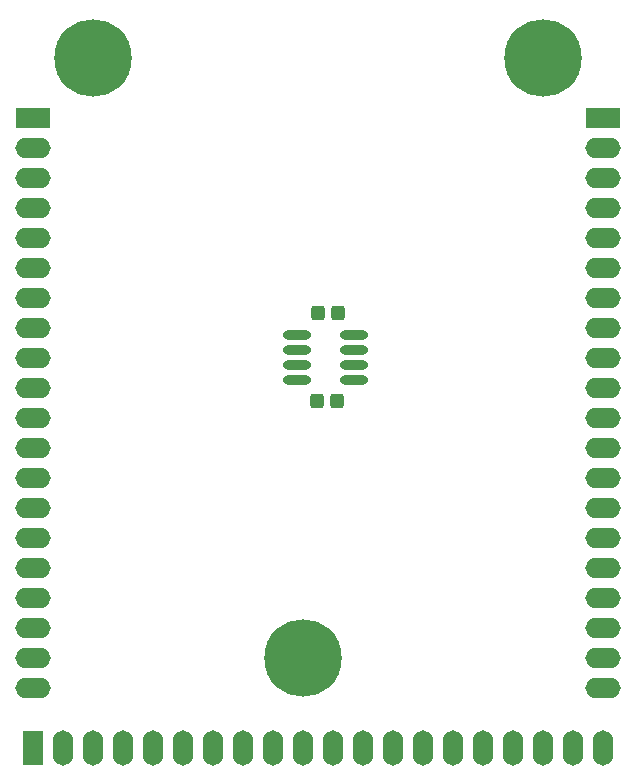
<source format=gbs>
G04*
G04 #@! TF.GenerationSoftware,Altium Limited,Altium Designer,18.1.9 (240)*
G04*
G04 Layer_Color=16711935*
%FSLAX25Y25*%
%MOIN*%
G70*
G01*
G75*
G04:AMPARAMS|DCode=30|XSize=47.37mil|YSize=43.43mil|CornerRadius=8.43mil|HoleSize=0mil|Usage=FLASHONLY|Rotation=270.000|XOffset=0mil|YOffset=0mil|HoleType=Round|Shape=RoundedRectangle|*
%AMROUNDEDRECTD30*
21,1,0.04737,0.02657,0,0,270.0*
21,1,0.03051,0.04343,0,0,270.0*
1,1,0.01686,-0.01329,-0.01526*
1,1,0.01686,-0.01329,0.01526*
1,1,0.01686,0.01329,0.01526*
1,1,0.01686,0.01329,-0.01526*
%
%ADD30ROUNDEDRECTD30*%
%ADD37C,0.25800*%
%ADD38R,0.11800X0.06800*%
%ADD39O,0.11800X0.06800*%
%ADD40R,0.06800X0.11800*%
%ADD41O,0.06800X0.11800*%
%ADD61O,0.09461X0.03162*%
D30*
X209846Y223500D02*
D03*
X203153D02*
D03*
X210347Y253000D02*
D03*
X203654D02*
D03*
D37*
X198500Y138000D02*
D03*
X128500Y338000D02*
D03*
X278500D02*
D03*
D38*
X108500Y318000D02*
D03*
X298500D02*
D03*
D39*
X108500Y308000D02*
D03*
Y298000D02*
D03*
Y288000D02*
D03*
Y278000D02*
D03*
Y268000D02*
D03*
Y258000D02*
D03*
Y248000D02*
D03*
Y238000D02*
D03*
Y228000D02*
D03*
Y218000D02*
D03*
Y208000D02*
D03*
Y198000D02*
D03*
Y188000D02*
D03*
Y178000D02*
D03*
Y168000D02*
D03*
Y158000D02*
D03*
Y148000D02*
D03*
Y138000D02*
D03*
Y128000D02*
D03*
X298500Y308000D02*
D03*
Y298000D02*
D03*
Y288000D02*
D03*
Y278000D02*
D03*
Y268000D02*
D03*
Y258000D02*
D03*
Y248000D02*
D03*
Y238000D02*
D03*
Y228000D02*
D03*
Y218000D02*
D03*
Y208000D02*
D03*
Y198000D02*
D03*
Y188000D02*
D03*
Y178000D02*
D03*
Y168000D02*
D03*
Y158000D02*
D03*
Y148000D02*
D03*
Y138000D02*
D03*
Y128000D02*
D03*
D40*
X108500Y108000D02*
D03*
D41*
X118500D02*
D03*
X128500D02*
D03*
X138500D02*
D03*
X148500D02*
D03*
X158500D02*
D03*
X168500D02*
D03*
X178500D02*
D03*
X188500D02*
D03*
X198500D02*
D03*
X208500D02*
D03*
X218500D02*
D03*
X228500D02*
D03*
X238500D02*
D03*
X248500D02*
D03*
X258500D02*
D03*
X268500D02*
D03*
X278500D02*
D03*
X288500D02*
D03*
X298500D02*
D03*
D61*
X215449Y245500D02*
D03*
Y240500D02*
D03*
Y235500D02*
D03*
Y230500D02*
D03*
X196551Y245500D02*
D03*
Y240500D02*
D03*
Y235500D02*
D03*
Y230500D02*
D03*
M02*

</source>
